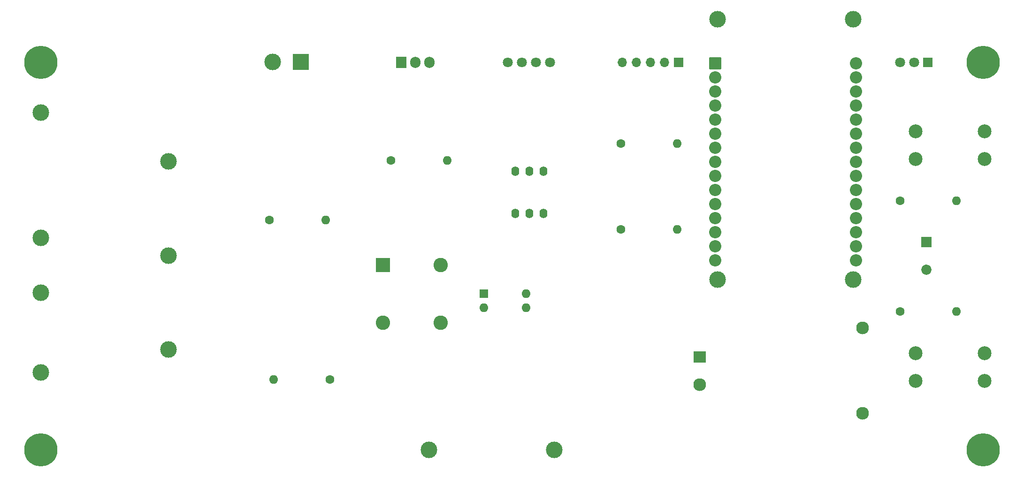
<source format=gbr>
%TF.GenerationSoftware,KiCad,Pcbnew,7.0.1*%
%TF.CreationDate,2024-11-26T18:11:55-05:00*%
%TF.ProjectId,tfg53,74666735-332e-46b6-9963-61645f706362,rev?*%
%TF.SameCoordinates,Original*%
%TF.FileFunction,Soldermask,Bot*%
%TF.FilePolarity,Negative*%
%FSLAX46Y46*%
G04 Gerber Fmt 4.6, Leading zero omitted, Abs format (unit mm)*
G04 Created by KiCad (PCBNEW 7.0.1) date 2024-11-26 18:11:55*
%MOMM*%
%LPD*%
G01*
G04 APERTURE LIST*
G04 Aperture macros list*
%AMRoundRect*
0 Rectangle with rounded corners*
0 $1 Rounding radius*
0 $2 $3 $4 $5 $6 $7 $8 $9 X,Y pos of 4 corners*
0 Add a 4 corners polygon primitive as box body*
4,1,4,$2,$3,$4,$5,$6,$7,$8,$9,$2,$3,0*
0 Add four circle primitives for the rounded corners*
1,1,$1+$1,$2,$3*
1,1,$1+$1,$4,$5*
1,1,$1+$1,$6,$7*
1,1,$1+$1,$8,$9*
0 Add four rect primitives between the rounded corners*
20,1,$1+$1,$2,$3,$4,$5,0*
20,1,$1+$1,$4,$5,$6,$7,0*
20,1,$1+$1,$6,$7,$8,$9,0*
20,1,$1+$1,$8,$9,$2,$3,0*%
G04 Aperture macros list end*
%ADD10C,3.000000*%
%ADD11C,0.800000*%
%ADD12C,6.000000*%
%ADD13R,2.600000X2.600000*%
%ADD14C,2.600000*%
%ADD15C,1.800000*%
%ADD16RoundRect,0.102000X-1.000000X-1.000000X1.000000X-1.000000X1.000000X1.000000X-1.000000X1.000000X0*%
%ADD17C,2.204000*%
%ADD18C,1.600000*%
%ADD19O,1.600000X1.600000*%
%ADD20R,1.850000X1.850000*%
%ADD21C,1.850000*%
%ADD22R,2.300000X2.000000*%
%ADD23C,2.300000*%
%ADD24C,2.500000*%
%ADD25R,1.600000X1.600000*%
%ADD26O,1.400000X1.750000*%
%ADD27R,1.700000X1.700000*%
%ADD28O,1.700000X1.700000*%
%ADD29R,1.905000X2.000000*%
%ADD30O,1.905000X2.000000*%
%ADD31R,3.000000X3.000000*%
%ADD32R,1.800000X1.800000*%
G04 APERTURE END LIST*
D10*
%TO.C,F1*%
X60000000Y-91741800D03*
X60000000Y-69141800D03*
%TD*%
D11*
%TO.C,H4*%
X57750000Y-60000000D03*
X58409010Y-58409010D03*
X58409010Y-61590990D03*
X60000000Y-57750000D03*
D12*
X60000000Y-60000000D03*
D11*
X60000000Y-62250000D03*
X61590990Y-58409010D03*
X61590990Y-61590990D03*
X62250000Y-60000000D03*
%TD*%
%TO.C,H1*%
X57750000Y-130000000D03*
X58409010Y-128409010D03*
X58409010Y-131590990D03*
X60000000Y-127750000D03*
D12*
X60000000Y-130000000D03*
D11*
X60000000Y-132250000D03*
X61590990Y-128409010D03*
X61590990Y-131590990D03*
X62250000Y-130000000D03*
%TD*%
D13*
%TO.C,KBPC610*%
X121697200Y-96653200D03*
D14*
X121697200Y-107053200D03*
X132097200Y-107053200D03*
X132097200Y-96653200D03*
%TD*%
D10*
%TO.C,INTEPT*%
X82956400Y-77894400D03*
%TD*%
D15*
%TO.C,OLED*%
X151810000Y-60000000D03*
X149270000Y-60000000D03*
X146730000Y-60000000D03*
X144190000Y-60000000D03*
%TD*%
D10*
%TO.C,U1*%
X182030000Y-52288800D03*
X182030000Y-99238800D03*
X206540000Y-52288800D03*
X206540000Y-99238800D03*
D16*
X181610000Y-60248800D03*
D17*
X181610000Y-62788800D03*
X181610000Y-65328800D03*
X181610000Y-67868800D03*
X181610000Y-70408800D03*
X181610000Y-72948800D03*
X181610000Y-75488800D03*
X181610000Y-78028800D03*
X181610000Y-80568800D03*
X181610000Y-83108800D03*
X181610000Y-85648800D03*
X181610000Y-88188800D03*
X181610000Y-90728800D03*
X181610000Y-93268800D03*
X181610000Y-95808800D03*
X207010000Y-95808800D03*
X207010000Y-93268800D03*
X207010000Y-90728800D03*
X207010000Y-88188800D03*
X207010000Y-85648800D03*
X207010000Y-83108800D03*
X207010000Y-80568800D03*
X207010000Y-78028800D03*
X207010000Y-75488800D03*
X207010000Y-72948800D03*
X207010000Y-70408800D03*
X207010000Y-67868800D03*
X207010000Y-65328800D03*
X207010000Y-62788800D03*
X207010000Y-60248800D03*
%TD*%
D18*
%TO.C,47K*%
X101168200Y-88519000D03*
D19*
X111328200Y-88519000D03*
%TD*%
D10*
%TO.C,INL*%
X82956400Y-94894400D03*
%TD*%
D20*
%TO.C,BZ1*%
X219710000Y-92500000D03*
D21*
X219710000Y-97500000D03*
%TD*%
D22*
%TO.C,HLK-PM01*%
X178829200Y-113200800D03*
D23*
X178829200Y-118200800D03*
X208229200Y-108000800D03*
X208229200Y-123400800D03*
%TD*%
D24*
%TO.C,KEY2*%
X230250000Y-72500000D03*
X217750000Y-72500000D03*
X217750000Y-77500000D03*
X230250000Y-77500000D03*
%TD*%
D10*
%TO.C,VIN*%
X60000000Y-116001800D03*
%TD*%
D24*
%TO.C,KEY1*%
X230250000Y-112500000D03*
X217750000Y-112500000D03*
X217750000Y-117500000D03*
X230250000Y-117500000D03*
%TD*%
D25*
%TO.C,PC817*%
X139913200Y-101798200D03*
D19*
X139913200Y-104338200D03*
X147533200Y-104338200D03*
X147533200Y-101798200D03*
%TD*%
D26*
%TO.C,MOC3010*%
X145567400Y-87264400D03*
X148107400Y-87264400D03*
X150647400Y-87264400D03*
X150647400Y-79664400D03*
X148107400Y-79664400D03*
X145567400Y-79664400D03*
%TD*%
D10*
%TO.C,F3*%
X130000000Y-130000000D03*
X152600000Y-130000000D03*
%TD*%
D18*
%TO.C,47K*%
X112115600Y-117246400D03*
D19*
X101955600Y-117246400D03*
%TD*%
D11*
%TO.C,H3*%
X227750000Y-60000000D03*
X228409010Y-58409010D03*
X228409010Y-61590990D03*
X230000000Y-57750000D03*
D12*
X230000000Y-60000000D03*
D11*
X230000000Y-62250000D03*
X231590990Y-58409010D03*
X231590990Y-61590990D03*
X232250000Y-60000000D03*
%TD*%
D18*
%TO.C,220*%
X123088400Y-77724000D03*
D19*
X133248400Y-77724000D03*
%TD*%
D27*
%TO.C,TK*%
X175000000Y-60000000D03*
D28*
X172460000Y-60000000D03*
X169920000Y-60000000D03*
X167380000Y-60000000D03*
X164840000Y-60000000D03*
%TD*%
D29*
%TO.C,BTA*%
X125000000Y-60000000D03*
D30*
X127540000Y-60000000D03*
X130080000Y-60000000D03*
%TD*%
D18*
%TO.C,1K*%
X164592000Y-90220800D03*
D19*
X174752000Y-90220800D03*
%TD*%
D11*
%TO.C,H2*%
X227750000Y-130000000D03*
X228409010Y-128409010D03*
X228409010Y-131590990D03*
X230000000Y-127750000D03*
D12*
X230000000Y-130000000D03*
D11*
X230000000Y-132250000D03*
X231590990Y-128409010D03*
X231590990Y-131590990D03*
X232250000Y-130000000D03*
%TD*%
D31*
%TO.C,Heater*%
X106883200Y-59944000D03*
D10*
X101803200Y-59944000D03*
%TD*%
%TO.C,VIL*%
X60000000Y-101650800D03*
%TD*%
D18*
%TO.C,1K*%
X215000000Y-85000000D03*
D19*
X225160000Y-85000000D03*
%TD*%
D18*
%TO.C,1K*%
X215000000Y-105000000D03*
D19*
X225160000Y-105000000D03*
%TD*%
D10*
%TO.C,INN*%
X82956400Y-111894400D03*
%TD*%
D32*
%TO.C,RV1*%
X220000000Y-60000000D03*
D15*
X217500000Y-60000000D03*
X215000000Y-60000000D03*
%TD*%
D18*
%TO.C,100*%
X164617400Y-74701400D03*
D19*
X174777400Y-74701400D03*
%TD*%
M02*

</source>
